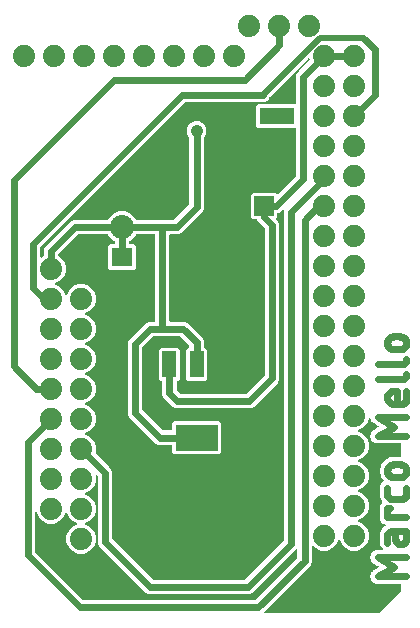
<source format=gbr>
G04 EAGLE Gerber RS-274X export*
G75*
%MOMM*%
%FSLAX34Y34*%
%LPD*%
%INTop Copper*%
%IPPOS*%
%AMOC8*
5,1,8,0,0,1.08239X$1,22.5*%
G01*
%ADD10C,0.609600*%
%ADD11C,1.879600*%
%ADD12R,3.000000X1.400000*%
%ADD13R,1.800000X1.600000*%
%ADD14C,1.651000*%
%ADD15R,1.651000X1.651000*%
%ADD16C,2.032000*%
%ADD17R,1.219200X2.235200*%
%ADD18R,3.600000X2.200000*%
%ADD19C,1.056400*%
%ADD20C,0.600000*%
%ADD21C,0.482600*%

G36*
X211966Y39131D02*
X211966Y39131D01*
X212057Y39139D01*
X212087Y39151D01*
X212119Y39156D01*
X212199Y39199D01*
X212283Y39235D01*
X212315Y39261D01*
X212336Y39272D01*
X212358Y39295D01*
X212414Y39340D01*
X245140Y72066D01*
X245185Y72128D01*
X245211Y72156D01*
X245216Y72167D01*
X245253Y72209D01*
X245265Y72239D01*
X245284Y72266D01*
X245311Y72353D01*
X245345Y72437D01*
X245349Y72478D01*
X245356Y72501D01*
X245355Y72533D01*
X245363Y72604D01*
X245363Y351443D01*
X245352Y351514D01*
X245350Y351586D01*
X245332Y351635D01*
X245324Y351686D01*
X245290Y351749D01*
X245265Y351817D01*
X245233Y351857D01*
X245208Y351904D01*
X245156Y351953D01*
X245112Y352009D01*
X245068Y352037D01*
X245030Y352073D01*
X244965Y352103D01*
X244905Y352142D01*
X244854Y352155D01*
X244807Y352177D01*
X244736Y352184D01*
X244666Y352202D01*
X244614Y352198D01*
X244563Y352204D01*
X244492Y352188D01*
X244421Y352183D01*
X244373Y352162D01*
X244322Y352151D01*
X244261Y352115D01*
X244195Y352086D01*
X244139Y352042D01*
X244111Y352025D01*
X244096Y352007D01*
X244064Y351982D01*
X242514Y350431D01*
X240174Y349462D01*
X240074Y349400D01*
X239974Y349341D01*
X239970Y349336D01*
X239965Y349333D01*
X239890Y349242D01*
X239814Y349154D01*
X239812Y349148D01*
X239808Y349143D01*
X239766Y349035D01*
X239722Y348926D01*
X239721Y348918D01*
X239720Y348914D01*
X239719Y348895D01*
X239704Y348759D01*
X239704Y346082D01*
X238835Y345214D01*
X238823Y345197D01*
X238808Y345185D01*
X238752Y345098D01*
X238692Y345014D01*
X238686Y344995D01*
X238675Y344978D01*
X238650Y344877D01*
X238619Y344779D01*
X238620Y344759D01*
X238615Y344739D01*
X238623Y344636D01*
X238626Y344533D01*
X238632Y344514D01*
X238634Y344494D01*
X238674Y344399D01*
X238710Y344302D01*
X238723Y344286D01*
X238730Y344268D01*
X238835Y344137D01*
X240429Y342544D01*
X241357Y340303D01*
X241357Y208347D01*
X240429Y206106D01*
X219654Y185331D01*
X217413Y184403D01*
X153727Y184403D01*
X151486Y185331D01*
X143167Y193650D01*
X142239Y195891D01*
X142239Y206502D01*
X142236Y206522D01*
X142238Y206541D01*
X142216Y206643D01*
X142200Y206745D01*
X142190Y206762D01*
X142186Y206782D01*
X142133Y206871D01*
X142084Y206962D01*
X142070Y206976D01*
X142060Y206993D01*
X141981Y207060D01*
X141906Y207132D01*
X141888Y207140D01*
X141873Y207153D01*
X141777Y207192D01*
X141683Y207235D01*
X141663Y207237D01*
X141645Y207245D01*
X141478Y207263D01*
X140977Y207263D01*
X139191Y209049D01*
X139191Y233927D01*
X140977Y235713D01*
X155695Y235713D01*
X157481Y233927D01*
X157481Y209049D01*
X155695Y207263D01*
X155194Y207263D01*
X155174Y207260D01*
X155155Y207262D01*
X155053Y207240D01*
X154951Y207224D01*
X154934Y207214D01*
X154914Y207210D01*
X154825Y207157D01*
X154734Y207108D01*
X154720Y207094D01*
X154703Y207084D01*
X154636Y207005D01*
X154564Y206930D01*
X154556Y206912D01*
X154543Y206897D01*
X154504Y206801D01*
X154461Y206707D01*
X154459Y206687D01*
X154451Y206669D01*
X154433Y206502D01*
X154433Y199945D01*
X154447Y199855D01*
X154455Y199764D01*
X154467Y199734D01*
X154472Y199702D01*
X154515Y199621D01*
X154551Y199537D01*
X154577Y199505D01*
X154588Y199485D01*
X154611Y199462D01*
X154656Y199406D01*
X157242Y196820D01*
X157316Y196767D01*
X157386Y196707D01*
X157416Y196695D01*
X157442Y196676D01*
X157529Y196649D01*
X157614Y196615D01*
X157655Y196611D01*
X157677Y196604D01*
X157709Y196605D01*
X157781Y196597D01*
X213359Y196597D01*
X213449Y196611D01*
X213540Y196619D01*
X213570Y196631D01*
X213602Y196636D01*
X213683Y196679D01*
X213767Y196715D01*
X213799Y196741D01*
X213819Y196752D01*
X213842Y196775D01*
X213898Y196820D01*
X228940Y211862D01*
X228993Y211936D01*
X229053Y212006D01*
X229065Y212036D01*
X229084Y212062D01*
X229111Y212149D01*
X229145Y212234D01*
X229149Y212275D01*
X229156Y212297D01*
X229155Y212329D01*
X229163Y212401D01*
X229163Y336249D01*
X229149Y336339D01*
X229141Y336430D01*
X229129Y336460D01*
X229124Y336492D01*
X229081Y336573D01*
X229045Y336657D01*
X229019Y336689D01*
X229008Y336709D01*
X228985Y336732D01*
X228940Y336788D01*
X223231Y342496D01*
X222681Y343826D01*
X222619Y343926D01*
X222559Y344026D01*
X222554Y344030D01*
X222551Y344035D01*
X222461Y344110D01*
X222372Y344186D01*
X222366Y344188D01*
X222362Y344192D01*
X222253Y344234D01*
X222144Y344278D01*
X222136Y344279D01*
X222132Y344280D01*
X222114Y344281D01*
X221977Y344296D01*
X218882Y344296D01*
X217096Y346082D01*
X217096Y365118D01*
X218882Y366904D01*
X237918Y366904D01*
X239291Y365530D01*
X239308Y365518D01*
X239320Y365503D01*
X239407Y365447D01*
X239491Y365387D01*
X239510Y365381D01*
X239527Y365370D01*
X239628Y365345D01*
X239726Y365314D01*
X239746Y365315D01*
X239766Y365310D01*
X239869Y365318D01*
X239972Y365321D01*
X239991Y365327D01*
X240011Y365329D01*
X240106Y365369D01*
X240203Y365405D01*
X240219Y365418D01*
X240237Y365425D01*
X240368Y365530D01*
X255300Y380462D01*
X255353Y380536D01*
X255413Y380606D01*
X255425Y380636D01*
X255444Y380662D01*
X255471Y380749D01*
X255505Y380834D01*
X255509Y380875D01*
X255516Y380897D01*
X255515Y380929D01*
X255523Y381001D01*
X255523Y420990D01*
X255520Y421010D01*
X255522Y421029D01*
X255500Y421131D01*
X255484Y421233D01*
X255474Y421250D01*
X255470Y421270D01*
X255417Y421359D01*
X255368Y421450D01*
X255354Y421464D01*
X255344Y421481D01*
X255265Y421548D01*
X255190Y421620D01*
X255172Y421628D01*
X255157Y421641D01*
X255061Y421680D01*
X254967Y421723D01*
X254947Y421725D01*
X254929Y421733D01*
X254762Y421751D01*
X223637Y421751D01*
X221851Y423537D01*
X221851Y440063D01*
X223637Y441849D01*
X254762Y441849D01*
X254782Y441852D01*
X254801Y441850D01*
X254903Y441872D01*
X255005Y441888D01*
X255022Y441898D01*
X255042Y441902D01*
X255131Y441955D01*
X255222Y442004D01*
X255236Y442018D01*
X255253Y442028D01*
X255320Y442107D01*
X255392Y442182D01*
X255400Y442200D01*
X255413Y442215D01*
X255452Y442311D01*
X255495Y442405D01*
X255497Y442425D01*
X255505Y442443D01*
X255523Y442610D01*
X255523Y466033D01*
X256451Y468274D01*
X258273Y470096D01*
X258274Y470096D01*
X266989Y478811D01*
X267057Y478906D01*
X267127Y478999D01*
X267129Y479005D01*
X267132Y479010D01*
X267167Y479122D01*
X267203Y479233D01*
X267203Y479240D01*
X267205Y479246D01*
X267202Y479362D01*
X267200Y479479D01*
X267198Y479486D01*
X267198Y479491D01*
X267192Y479509D01*
X267154Y479640D01*
X267006Y479997D01*
X266982Y480036D01*
X266966Y480079D01*
X266917Y480140D01*
X266876Y480206D01*
X266841Y480236D01*
X266812Y480271D01*
X266747Y480314D01*
X266687Y480363D01*
X266644Y480380D01*
X266605Y480404D01*
X266530Y480423D01*
X266457Y480451D01*
X266411Y480453D01*
X266367Y480464D01*
X266289Y480458D01*
X266211Y480462D01*
X266167Y480449D01*
X266122Y480445D01*
X266050Y480415D01*
X265975Y480393D01*
X265937Y480367D01*
X265895Y480349D01*
X265788Y480263D01*
X265773Y480253D01*
X265770Y480249D01*
X265764Y480244D01*
X233287Y447767D01*
X233248Y447713D01*
X233202Y447667D01*
X233162Y447593D01*
X233143Y447567D01*
X233137Y447548D01*
X233122Y447520D01*
X232545Y446126D01*
X230830Y444411D01*
X228589Y443483D01*
X162155Y443483D01*
X162065Y443469D01*
X161974Y443461D01*
X161944Y443449D01*
X161912Y443444D01*
X161831Y443401D01*
X161748Y443365D01*
X161715Y443339D01*
X161695Y443328D01*
X161673Y443305D01*
X161617Y443260D01*
X39340Y320983D01*
X39287Y320909D01*
X39227Y320840D01*
X39215Y320810D01*
X39196Y320784D01*
X39169Y320697D01*
X39135Y320612D01*
X39131Y320571D01*
X39124Y320549D01*
X39125Y320516D01*
X39117Y320445D01*
X39117Y312557D01*
X39128Y312486D01*
X39130Y312414D01*
X39148Y312365D01*
X39156Y312314D01*
X39190Y312251D01*
X39215Y312183D01*
X39247Y312143D01*
X39272Y312097D01*
X39324Y312047D01*
X39368Y311991D01*
X39412Y311963D01*
X39450Y311927D01*
X39515Y311897D01*
X39575Y311858D01*
X39626Y311846D01*
X39673Y311824D01*
X39744Y311816D01*
X39814Y311798D01*
X39866Y311802D01*
X39917Y311797D01*
X39988Y311812D01*
X40059Y311817D01*
X40107Y311838D01*
X40158Y311849D01*
X40219Y311886D01*
X40285Y311914D01*
X40341Y311959D01*
X40369Y311975D01*
X40384Y311993D01*
X40416Y312019D01*
X41209Y312812D01*
X41693Y313012D01*
X41792Y313074D01*
X41893Y313134D01*
X41897Y313139D01*
X41902Y313142D01*
X41977Y313232D01*
X42053Y313321D01*
X42055Y313327D01*
X42059Y313331D01*
X42101Y313440D01*
X42145Y313549D01*
X42146Y313556D01*
X42147Y313561D01*
X42148Y313579D01*
X42163Y313716D01*
X42163Y318413D01*
X43091Y320654D01*
X65436Y342999D01*
X67677Y343927D01*
X95980Y343927D01*
X96094Y343946D01*
X96211Y343963D01*
X96216Y343965D01*
X96222Y343966D01*
X96325Y344021D01*
X96430Y344074D01*
X96434Y344079D01*
X96440Y344082D01*
X96520Y344166D01*
X96602Y344250D01*
X96606Y344256D01*
X96609Y344260D01*
X96617Y344277D01*
X96683Y344397D01*
X97062Y345312D01*
X100778Y349028D01*
X105633Y351039D01*
X110887Y351039D01*
X115742Y349028D01*
X119458Y345312D01*
X119837Y344397D01*
X119899Y344297D01*
X119959Y344197D01*
X119963Y344193D01*
X119967Y344188D01*
X120056Y344113D01*
X120145Y344037D01*
X120151Y344035D01*
X120156Y344031D01*
X120264Y343989D01*
X120374Y343945D01*
X120381Y343944D01*
X120386Y343943D01*
X120404Y343942D01*
X120540Y343927D01*
X152099Y343927D01*
X152189Y343941D01*
X152280Y343949D01*
X152310Y343961D01*
X152342Y343966D01*
X152423Y344009D01*
X152507Y344045D01*
X152539Y344071D01*
X152559Y344082D01*
X152582Y344105D01*
X152638Y344150D01*
X165130Y356642D01*
X165183Y356716D01*
X165243Y356786D01*
X165255Y356816D01*
X165274Y356842D01*
X165301Y356929D01*
X165335Y357014D01*
X165339Y357055D01*
X165346Y357077D01*
X165345Y357109D01*
X165353Y357181D01*
X165353Y413100D01*
X165339Y413190D01*
X165331Y413281D01*
X165319Y413311D01*
X165314Y413343D01*
X165271Y413423D01*
X165235Y413507D01*
X165209Y413539D01*
X165198Y413560D01*
X165175Y413582D01*
X165130Y413638D01*
X164388Y414381D01*
X163119Y417443D01*
X163119Y420757D01*
X164388Y423819D01*
X166731Y426162D01*
X169793Y427431D01*
X173107Y427431D01*
X176169Y426162D01*
X178512Y423819D01*
X179781Y420757D01*
X179781Y417443D01*
X178512Y414381D01*
X177770Y413638D01*
X177717Y413564D01*
X177657Y413495D01*
X177645Y413465D01*
X177626Y413438D01*
X177599Y413352D01*
X177565Y413267D01*
X177561Y413226D01*
X177554Y413203D01*
X177555Y413171D01*
X177547Y413100D01*
X177547Y353127D01*
X176619Y350886D01*
X158394Y332661D01*
X156153Y331733D01*
X149098Y331733D01*
X149078Y331730D01*
X149059Y331732D01*
X148957Y331710D01*
X148855Y331694D01*
X148838Y331684D01*
X148818Y331680D01*
X148729Y331627D01*
X148638Y331578D01*
X148624Y331564D01*
X148607Y331554D01*
X148540Y331475D01*
X148468Y331400D01*
X148460Y331382D01*
X148447Y331367D01*
X148408Y331271D01*
X148365Y331177D01*
X148363Y331157D01*
X148355Y331139D01*
X148337Y330972D01*
X148337Y258318D01*
X148339Y258303D01*
X148338Y258290D01*
X148339Y258286D01*
X148338Y258279D01*
X148360Y258177D01*
X148376Y258075D01*
X148386Y258058D01*
X148390Y258038D01*
X148443Y257949D01*
X148492Y257858D01*
X148506Y257844D01*
X148516Y257827D01*
X148595Y257760D01*
X148670Y257688D01*
X148688Y257680D01*
X148703Y257667D01*
X148799Y257628D01*
X148893Y257585D01*
X148913Y257583D01*
X148931Y257575D01*
X149098Y257557D01*
X161233Y257557D01*
X163474Y256629D01*
X176619Y243484D01*
X177547Y241243D01*
X177547Y236474D01*
X177550Y236454D01*
X177548Y236435D01*
X177570Y236333D01*
X177586Y236231D01*
X177596Y236214D01*
X177600Y236194D01*
X177653Y236105D01*
X177702Y236014D01*
X177716Y236000D01*
X177726Y235983D01*
X177805Y235916D01*
X177880Y235844D01*
X177898Y235836D01*
X177913Y235823D01*
X178009Y235784D01*
X178103Y235741D01*
X178123Y235739D01*
X178141Y235731D01*
X178308Y235713D01*
X178809Y235713D01*
X180595Y233927D01*
X180595Y209049D01*
X178809Y207263D01*
X164091Y207263D01*
X162305Y209049D01*
X162305Y233927D01*
X164091Y235713D01*
X164592Y235713D01*
X164612Y235716D01*
X164631Y235714D01*
X164733Y235736D01*
X164835Y235752D01*
X164852Y235762D01*
X164872Y235766D01*
X164961Y235819D01*
X165052Y235868D01*
X165066Y235882D01*
X165083Y235892D01*
X165150Y235971D01*
X165222Y236046D01*
X165230Y236064D01*
X165243Y236079D01*
X165282Y236175D01*
X165325Y236269D01*
X165327Y236289D01*
X165335Y236307D01*
X165353Y236474D01*
X165353Y237189D01*
X165339Y237279D01*
X165331Y237370D01*
X165319Y237400D01*
X165314Y237432D01*
X165271Y237513D01*
X165235Y237597D01*
X165209Y237629D01*
X165198Y237649D01*
X165175Y237672D01*
X165130Y237728D01*
X157718Y245140D01*
X157644Y245193D01*
X157574Y245253D01*
X157544Y245265D01*
X157518Y245284D01*
X157431Y245311D01*
X157346Y245345D01*
X157305Y245349D01*
X157283Y245356D01*
X157251Y245355D01*
X157179Y245363D01*
X134921Y245363D01*
X134831Y245349D01*
X134740Y245341D01*
X134710Y245329D01*
X134678Y245324D01*
X134597Y245281D01*
X134513Y245245D01*
X134481Y245219D01*
X134461Y245208D01*
X134438Y245185D01*
X134382Y245140D01*
X125700Y236458D01*
X125647Y236384D01*
X125587Y236314D01*
X125575Y236284D01*
X125556Y236258D01*
X125529Y236171D01*
X125495Y236086D01*
X125491Y236045D01*
X125484Y236023D01*
X125485Y235991D01*
X125477Y235919D01*
X125477Y183181D01*
X125491Y183091D01*
X125499Y183000D01*
X125511Y182970D01*
X125516Y182938D01*
X125559Y182857D01*
X125595Y182773D01*
X125621Y182741D01*
X125632Y182721D01*
X125655Y182698D01*
X125700Y182642D01*
X142512Y165830D01*
X142586Y165777D01*
X142656Y165717D01*
X142686Y165705D01*
X142712Y165686D01*
X142799Y165659D01*
X142884Y165625D01*
X142925Y165621D01*
X142947Y165614D01*
X142979Y165615D01*
X143051Y165607D01*
X149640Y165607D01*
X149660Y165610D01*
X149679Y165608D01*
X149781Y165630D01*
X149883Y165646D01*
X149900Y165656D01*
X149920Y165660D01*
X150009Y165713D01*
X150100Y165762D01*
X150114Y165776D01*
X150131Y165786D01*
X150198Y165865D01*
X150270Y165940D01*
X150278Y165958D01*
X150291Y165973D01*
X150330Y166069D01*
X150373Y166163D01*
X150375Y166183D01*
X150383Y166201D01*
X150401Y166368D01*
X150401Y171773D01*
X152187Y173559D01*
X190713Y173559D01*
X192499Y171773D01*
X192499Y147247D01*
X190713Y145461D01*
X152187Y145461D01*
X150401Y147247D01*
X150401Y152652D01*
X150398Y152672D01*
X150400Y152691D01*
X150378Y152793D01*
X150362Y152895D01*
X150352Y152912D01*
X150348Y152932D01*
X150295Y153021D01*
X150246Y153112D01*
X150232Y153126D01*
X150222Y153143D01*
X150143Y153210D01*
X150068Y153282D01*
X150050Y153290D01*
X150035Y153303D01*
X149939Y153342D01*
X149845Y153385D01*
X149825Y153387D01*
X149807Y153395D01*
X149640Y153413D01*
X138997Y153413D01*
X136756Y154341D01*
X114211Y176886D01*
X113283Y179127D01*
X113283Y239973D01*
X114211Y242214D01*
X128626Y256629D01*
X130867Y257557D01*
X135382Y257557D01*
X135402Y257560D01*
X135421Y257558D01*
X135523Y257580D01*
X135625Y257596D01*
X135642Y257606D01*
X135662Y257610D01*
X135751Y257663D01*
X135842Y257712D01*
X135856Y257726D01*
X135873Y257736D01*
X135940Y257815D01*
X136012Y257890D01*
X136020Y257908D01*
X136033Y257923D01*
X136072Y258019D01*
X136115Y258113D01*
X136117Y258133D01*
X136125Y258151D01*
X136143Y258318D01*
X136143Y330972D01*
X136140Y330992D01*
X136142Y331011D01*
X136120Y331113D01*
X136104Y331215D01*
X136094Y331232D01*
X136090Y331252D01*
X136037Y331341D01*
X135988Y331432D01*
X135974Y331446D01*
X135964Y331463D01*
X135885Y331530D01*
X135810Y331602D01*
X135792Y331610D01*
X135777Y331623D01*
X135681Y331662D01*
X135587Y331705D01*
X135567Y331707D01*
X135549Y331715D01*
X135382Y331733D01*
X120540Y331733D01*
X120426Y331714D01*
X120309Y331697D01*
X120304Y331695D01*
X120298Y331694D01*
X120195Y331639D01*
X120090Y331586D01*
X120086Y331581D01*
X120080Y331578D01*
X120000Y331494D01*
X119918Y331410D01*
X119914Y331404D01*
X119911Y331400D01*
X119903Y331383D01*
X119837Y331263D01*
X119458Y330348D01*
X115742Y326632D01*
X114827Y326253D01*
X114727Y326191D01*
X114627Y326131D01*
X114623Y326127D01*
X114618Y326123D01*
X114543Y326034D01*
X114467Y325945D01*
X114465Y325939D01*
X114461Y325934D01*
X114419Y325826D01*
X114375Y325716D01*
X114374Y325709D01*
X114373Y325704D01*
X114372Y325686D01*
X114357Y325550D01*
X114357Y324270D01*
X114360Y324250D01*
X114358Y324231D01*
X114380Y324129D01*
X114396Y324027D01*
X114406Y324010D01*
X114410Y323990D01*
X114463Y323901D01*
X114512Y323810D01*
X114526Y323796D01*
X114536Y323779D01*
X114615Y323712D01*
X114690Y323640D01*
X114708Y323632D01*
X114723Y323619D01*
X114819Y323580D01*
X114913Y323537D01*
X114933Y323535D01*
X114951Y323527D01*
X115118Y323509D01*
X118523Y323509D01*
X120309Y321723D01*
X120309Y303197D01*
X118523Y301411D01*
X97997Y301411D01*
X96211Y303197D01*
X96211Y321723D01*
X97997Y323509D01*
X101402Y323509D01*
X101422Y323512D01*
X101441Y323510D01*
X101543Y323532D01*
X101645Y323548D01*
X101662Y323558D01*
X101682Y323562D01*
X101771Y323615D01*
X101862Y323664D01*
X101876Y323678D01*
X101893Y323688D01*
X101960Y323767D01*
X102032Y323842D01*
X102040Y323860D01*
X102053Y323875D01*
X102092Y323971D01*
X102135Y324065D01*
X102137Y324085D01*
X102145Y324103D01*
X102163Y324270D01*
X102163Y325550D01*
X102144Y325664D01*
X102127Y325781D01*
X102125Y325786D01*
X102124Y325792D01*
X102069Y325895D01*
X102016Y326000D01*
X102011Y326004D01*
X102008Y326010D01*
X101924Y326090D01*
X101840Y326172D01*
X101834Y326176D01*
X101830Y326179D01*
X101813Y326187D01*
X101693Y326253D01*
X100778Y326632D01*
X97062Y330348D01*
X96683Y331263D01*
X96621Y331363D01*
X96561Y331463D01*
X96557Y331467D01*
X96553Y331472D01*
X96464Y331547D01*
X96375Y331623D01*
X96369Y331625D01*
X96364Y331629D01*
X96256Y331671D01*
X96146Y331715D01*
X96139Y331716D01*
X96134Y331717D01*
X96116Y331718D01*
X95980Y331733D01*
X71731Y331733D01*
X71641Y331719D01*
X71550Y331711D01*
X71520Y331699D01*
X71488Y331694D01*
X71407Y331651D01*
X71323Y331615D01*
X71291Y331589D01*
X71271Y331578D01*
X71248Y331555D01*
X71192Y331510D01*
X54580Y314898D01*
X54527Y314824D01*
X54467Y314754D01*
X54455Y314724D01*
X54436Y314698D01*
X54409Y314611D01*
X54375Y314526D01*
X54371Y314485D01*
X54364Y314463D01*
X54365Y314431D01*
X54357Y314359D01*
X54357Y313716D01*
X54376Y313600D01*
X54393Y313485D01*
X54395Y313479D01*
X54396Y313473D01*
X54451Y313370D01*
X54504Y313265D01*
X54509Y313261D01*
X54512Y313255D01*
X54597Y313175D01*
X54680Y313093D01*
X54686Y313090D01*
X54690Y313086D01*
X54707Y313078D01*
X54827Y313012D01*
X55311Y312812D01*
X58812Y309311D01*
X60707Y304736D01*
X60707Y299784D01*
X58812Y295209D01*
X55311Y291708D01*
X51822Y290263D01*
X51761Y290225D01*
X51696Y290196D01*
X51657Y290161D01*
X51613Y290134D01*
X51567Y290078D01*
X51515Y290030D01*
X51490Y289984D01*
X51456Y289944D01*
X51431Y289877D01*
X51396Y289814D01*
X51387Y289763D01*
X51368Y289715D01*
X51365Y289643D01*
X51352Y289572D01*
X51360Y289521D01*
X51358Y289469D01*
X51378Y289400D01*
X51388Y289329D01*
X51412Y289283D01*
X51426Y289233D01*
X51467Y289174D01*
X51500Y289110D01*
X51537Y289073D01*
X51567Y289031D01*
X51624Y288988D01*
X51675Y288938D01*
X51738Y288903D01*
X51764Y288884D01*
X51786Y288877D01*
X51822Y288857D01*
X55311Y287412D01*
X58812Y283911D01*
X60257Y280422D01*
X60295Y280361D01*
X60324Y280296D01*
X60359Y280257D01*
X60386Y280213D01*
X60442Y280167D01*
X60490Y280115D01*
X60536Y280090D01*
X60576Y280056D01*
X60643Y280031D01*
X60706Y279996D01*
X60757Y279987D01*
X60805Y279968D01*
X60877Y279965D01*
X60948Y279952D01*
X60999Y279960D01*
X61051Y279958D01*
X61120Y279978D01*
X61191Y279988D01*
X61237Y280012D01*
X61287Y280026D01*
X61346Y280067D01*
X61410Y280100D01*
X61447Y280137D01*
X61489Y280167D01*
X61532Y280224D01*
X61582Y280275D01*
X61617Y280338D01*
X61636Y280364D01*
X61643Y280386D01*
X61663Y280422D01*
X63108Y283911D01*
X66609Y287412D01*
X71184Y289307D01*
X76136Y289307D01*
X80711Y287412D01*
X84212Y283911D01*
X86107Y279336D01*
X86107Y274384D01*
X84212Y269809D01*
X80711Y266308D01*
X77222Y264863D01*
X77161Y264825D01*
X77096Y264796D01*
X77057Y264761D01*
X77013Y264734D01*
X76967Y264678D01*
X76915Y264630D01*
X76890Y264584D01*
X76856Y264544D01*
X76831Y264477D01*
X76796Y264414D01*
X76787Y264363D01*
X76768Y264315D01*
X76765Y264243D01*
X76752Y264172D01*
X76760Y264121D01*
X76758Y264069D01*
X76778Y264000D01*
X76788Y263929D01*
X76812Y263883D01*
X76826Y263833D01*
X76867Y263774D01*
X76900Y263710D01*
X76937Y263673D01*
X76967Y263631D01*
X77024Y263588D01*
X77075Y263538D01*
X77138Y263503D01*
X77164Y263484D01*
X77186Y263477D01*
X77222Y263457D01*
X80711Y262012D01*
X84212Y258511D01*
X86107Y253936D01*
X86107Y248984D01*
X84212Y244409D01*
X80711Y240908D01*
X77222Y239463D01*
X77161Y239425D01*
X77096Y239396D01*
X77057Y239361D01*
X77013Y239334D01*
X76967Y239278D01*
X76915Y239230D01*
X76890Y239184D01*
X76856Y239144D01*
X76831Y239077D01*
X76796Y239014D01*
X76787Y238963D01*
X76768Y238915D01*
X76765Y238843D01*
X76752Y238772D01*
X76760Y238721D01*
X76758Y238669D01*
X76778Y238600D01*
X76788Y238529D01*
X76812Y238483D01*
X76826Y238433D01*
X76867Y238374D01*
X76900Y238310D01*
X76937Y238273D01*
X76967Y238231D01*
X77024Y238188D01*
X77075Y238138D01*
X77138Y238103D01*
X77164Y238084D01*
X77186Y238077D01*
X77222Y238057D01*
X80711Y236612D01*
X84212Y233111D01*
X86107Y228536D01*
X86107Y223584D01*
X84212Y219009D01*
X80711Y215508D01*
X77222Y214063D01*
X77161Y214025D01*
X77096Y213996D01*
X77057Y213961D01*
X77013Y213934D01*
X76967Y213878D01*
X76915Y213830D01*
X76890Y213784D01*
X76856Y213744D01*
X76831Y213677D01*
X76796Y213614D01*
X76787Y213563D01*
X76768Y213515D01*
X76765Y213443D01*
X76752Y213372D01*
X76760Y213321D01*
X76758Y213269D01*
X76778Y213200D01*
X76788Y213129D01*
X76812Y213083D01*
X76826Y213033D01*
X76867Y212974D01*
X76900Y212910D01*
X76937Y212873D01*
X76967Y212831D01*
X77024Y212788D01*
X77075Y212738D01*
X77138Y212703D01*
X77164Y212684D01*
X77186Y212677D01*
X77222Y212657D01*
X80711Y211212D01*
X84212Y207711D01*
X86107Y203136D01*
X86107Y198184D01*
X84212Y193609D01*
X80711Y190108D01*
X77222Y188663D01*
X77161Y188625D01*
X77096Y188596D01*
X77058Y188561D01*
X77013Y188534D01*
X76967Y188478D01*
X76915Y188430D01*
X76890Y188384D01*
X76856Y188344D01*
X76831Y188277D01*
X76796Y188214D01*
X76787Y188163D01*
X76768Y188115D01*
X76765Y188043D01*
X76752Y187972D01*
X76760Y187921D01*
X76758Y187869D01*
X76778Y187800D01*
X76788Y187729D01*
X76812Y187683D01*
X76826Y187633D01*
X76867Y187574D01*
X76900Y187510D01*
X76937Y187473D01*
X76967Y187431D01*
X77024Y187388D01*
X77075Y187338D01*
X77138Y187303D01*
X77164Y187284D01*
X77186Y187277D01*
X77222Y187257D01*
X80711Y185812D01*
X84212Y182311D01*
X86107Y177736D01*
X86107Y172784D01*
X84212Y168209D01*
X80711Y164708D01*
X77222Y163263D01*
X77161Y163225D01*
X77096Y163196D01*
X77058Y163161D01*
X77013Y163134D01*
X76968Y163078D01*
X76915Y163030D01*
X76890Y162984D01*
X76856Y162944D01*
X76831Y162877D01*
X76796Y162814D01*
X76787Y162763D01*
X76768Y162715D01*
X76765Y162643D01*
X76752Y162572D01*
X76760Y162521D01*
X76758Y162469D01*
X76778Y162400D01*
X76788Y162329D01*
X76812Y162283D01*
X76826Y162233D01*
X76867Y162174D01*
X76900Y162110D01*
X76937Y162073D01*
X76967Y162031D01*
X77024Y161988D01*
X77075Y161938D01*
X77138Y161903D01*
X77164Y161884D01*
X77186Y161877D01*
X77222Y161857D01*
X80711Y160412D01*
X84212Y156911D01*
X86107Y152336D01*
X86107Y147384D01*
X85906Y146900D01*
X85880Y146787D01*
X85851Y146673D01*
X85852Y146667D01*
X85850Y146661D01*
X85861Y146544D01*
X85870Y146428D01*
X85873Y146422D01*
X85873Y146416D01*
X85921Y146308D01*
X85967Y146202D01*
X85971Y146196D01*
X85973Y146191D01*
X85986Y146177D01*
X86071Y146071D01*
X97326Y134816D01*
X99149Y132994D01*
X100077Y130753D01*
X100077Y73961D01*
X100091Y73871D01*
X100099Y73780D01*
X100111Y73750D01*
X100116Y73718D01*
X100159Y73637D01*
X100195Y73553D01*
X100221Y73521D01*
X100232Y73501D01*
X100255Y73478D01*
X100300Y73422D01*
X134382Y39340D01*
X134456Y39287D01*
X134526Y39227D01*
X134556Y39215D01*
X134582Y39196D01*
X134669Y39169D01*
X134754Y39135D01*
X134795Y39131D01*
X134817Y39124D01*
X134849Y39125D01*
X134921Y39117D01*
X211876Y39117D01*
X211966Y39131D01*
G37*
G36*
X325450Y10937D02*
X325450Y10937D01*
X325541Y10945D01*
X325571Y10957D01*
X325603Y10962D01*
X325684Y11005D01*
X325768Y11041D01*
X325800Y11067D01*
X325820Y11078D01*
X325843Y11101D01*
X325899Y11146D01*
X344454Y29701D01*
X344507Y29775D01*
X344567Y29845D01*
X344579Y29875D01*
X344598Y29901D01*
X344625Y29988D01*
X344659Y30073D01*
X344663Y30114D01*
X344670Y30136D01*
X344669Y30168D01*
X344677Y30240D01*
X344677Y35112D01*
X344674Y35132D01*
X344676Y35152D01*
X344654Y35253D01*
X344638Y35355D01*
X344628Y35373D01*
X344624Y35392D01*
X344571Y35481D01*
X344522Y35572D01*
X344508Y35586D01*
X344498Y35603D01*
X344419Y35671D01*
X344344Y35742D01*
X344326Y35750D01*
X344311Y35763D01*
X344215Y35802D01*
X344121Y35845D01*
X344101Y35848D01*
X344083Y35855D01*
X343916Y35874D01*
X325175Y35874D01*
X325143Y35868D01*
X325063Y35865D01*
X324366Y35761D01*
X324008Y35851D01*
X323999Y35852D01*
X323990Y35855D01*
X323824Y35874D01*
X323455Y35874D01*
X322804Y36143D01*
X322772Y36151D01*
X322697Y36179D01*
X322013Y36350D01*
X321717Y36569D01*
X321708Y36573D01*
X321702Y36580D01*
X321555Y36661D01*
X321215Y36802D01*
X320716Y37300D01*
X320689Y37320D01*
X320631Y37374D01*
X320064Y37794D01*
X319874Y38110D01*
X319868Y38117D01*
X319865Y38125D01*
X319760Y38256D01*
X319499Y38517D01*
X319230Y39168D01*
X319212Y39196D01*
X319179Y39269D01*
X318816Y39873D01*
X318762Y40238D01*
X318759Y40247D01*
X318759Y40256D01*
X318712Y40417D01*
X318571Y40758D01*
X318571Y41463D01*
X318566Y41495D01*
X318563Y41575D01*
X318459Y42272D01*
X318549Y42630D01*
X318549Y42639D01*
X318553Y42648D01*
X318571Y42815D01*
X318571Y43183D01*
X318841Y43835D01*
X318849Y43867D01*
X318876Y43941D01*
X319047Y44626D01*
X319267Y44922D01*
X319271Y44930D01*
X319278Y44936D01*
X319358Y45083D01*
X319499Y45424D01*
X319998Y45922D01*
X320017Y45949D01*
X320072Y46008D01*
X320491Y46574D01*
X320807Y46764D01*
X320814Y46770D01*
X320823Y46774D01*
X320954Y46878D01*
X321214Y47139D01*
X321866Y47409D01*
X321894Y47426D01*
X321966Y47459D01*
X325277Y49446D01*
X325340Y49499D01*
X325408Y49545D01*
X325433Y49578D01*
X325465Y49604D01*
X325507Y49675D01*
X325557Y49741D01*
X325571Y49780D01*
X325592Y49815D01*
X325610Y49896D01*
X325636Y49974D01*
X325636Y50015D01*
X325645Y50055D01*
X325636Y50137D01*
X325637Y50220D01*
X325624Y50259D01*
X325619Y50300D01*
X325585Y50375D01*
X325559Y50453D01*
X325534Y50486D01*
X325517Y50523D01*
X325460Y50584D01*
X325410Y50649D01*
X325368Y50682D01*
X325348Y50702D01*
X325322Y50716D01*
X325277Y50751D01*
X324598Y51159D01*
X323329Y51920D01*
X322060Y52681D01*
X321966Y52737D01*
X321936Y52749D01*
X321866Y52788D01*
X321214Y53058D01*
X320954Y53318D01*
X320946Y53324D01*
X320941Y53331D01*
X320807Y53433D01*
X320491Y53622D01*
X320072Y54189D01*
X320048Y54212D01*
X319998Y54274D01*
X319499Y54773D01*
X319358Y55113D01*
X319354Y55121D01*
X319351Y55130D01*
X319267Y55275D01*
X319047Y55571D01*
X318876Y56255D01*
X318863Y56286D01*
X318841Y56362D01*
X318571Y57014D01*
X318571Y57382D01*
X318570Y57391D01*
X318571Y57400D01*
X318549Y57567D01*
X318459Y57924D01*
X318563Y58622D01*
X318563Y58655D01*
X318571Y58734D01*
X318571Y59439D01*
X318712Y59779D01*
X318714Y59788D01*
X318719Y59797D01*
X318762Y59959D01*
X318816Y60323D01*
X319179Y60928D01*
X319191Y60959D01*
X319230Y61028D01*
X319499Y61680D01*
X319760Y61940D01*
X319765Y61948D01*
X319773Y61954D01*
X319874Y62087D01*
X320064Y62403D01*
X320631Y62823D01*
X320647Y62840D01*
X320652Y62843D01*
X320663Y62854D01*
X320716Y62896D01*
X321214Y63395D01*
X321555Y63536D01*
X321563Y63541D01*
X321572Y63543D01*
X321717Y63628D01*
X322013Y63847D01*
X322697Y64018D01*
X322727Y64031D01*
X322804Y64053D01*
X323455Y64323D01*
X323824Y64323D01*
X323833Y64325D01*
X323842Y64323D01*
X324008Y64346D01*
X324366Y64435D01*
X325063Y64331D01*
X325096Y64332D01*
X325175Y64323D01*
X328604Y64323D01*
X328675Y64335D01*
X328747Y64336D01*
X328796Y64354D01*
X328847Y64363D01*
X328910Y64396D01*
X328978Y64421D01*
X329018Y64453D01*
X329064Y64478D01*
X329114Y64530D01*
X329170Y64575D01*
X329198Y64618D01*
X329234Y64656D01*
X329264Y64721D01*
X329303Y64782D01*
X329315Y64832D01*
X329337Y64879D01*
X329345Y64951D01*
X329363Y65020D01*
X329359Y65072D01*
X329364Y65124D01*
X329349Y65194D01*
X329344Y65265D01*
X329323Y65313D01*
X329312Y65364D01*
X329275Y65426D01*
X329247Y65492D01*
X329202Y65548D01*
X329186Y65575D01*
X329168Y65590D01*
X329142Y65623D01*
X327627Y67138D01*
X326699Y69378D01*
X326699Y78732D01*
X329422Y83448D01*
X331309Y84537D01*
X331326Y84551D01*
X331346Y84560D01*
X331420Y84629D01*
X331499Y84693D01*
X331511Y84712D01*
X331527Y84727D01*
X331576Y84816D01*
X331630Y84901D01*
X331635Y84923D01*
X331645Y84942D01*
X331664Y85042D01*
X331687Y85141D01*
X331685Y85162D01*
X331689Y85184D01*
X331674Y85285D01*
X331665Y85386D01*
X331657Y85406D01*
X331653Y85428D01*
X331607Y85518D01*
X331567Y85611D01*
X331552Y85627D01*
X331542Y85647D01*
X331469Y85718D01*
X331401Y85793D01*
X331382Y85804D01*
X331366Y85819D01*
X331219Y85900D01*
X329342Y86677D01*
X327627Y88392D01*
X326699Y90633D01*
X326699Y101187D01*
X327627Y103427D01*
X328659Y104459D01*
X328685Y104495D01*
X328717Y104524D01*
X328756Y104594D01*
X328803Y104659D01*
X328816Y104701D01*
X328837Y104739D01*
X328851Y104817D01*
X328875Y104894D01*
X328874Y104938D01*
X328882Y104981D01*
X328871Y105060D01*
X328869Y105140D01*
X328854Y105181D01*
X328847Y105224D01*
X328789Y105357D01*
X328784Y105371D01*
X328782Y105373D01*
X328780Y105378D01*
X326699Y108982D01*
X326699Y118336D01*
X327627Y120577D01*
X329342Y122292D01*
X329427Y122327D01*
X329429Y122328D01*
X329432Y122329D01*
X329533Y122393D01*
X329636Y122456D01*
X329638Y122459D01*
X329640Y122460D01*
X329717Y122554D01*
X329793Y122646D01*
X329794Y122648D01*
X329796Y122651D01*
X329838Y122764D01*
X329881Y122875D01*
X329881Y122878D01*
X329882Y122881D01*
X329886Y123000D01*
X329891Y123121D01*
X329890Y123124D01*
X329891Y123127D01*
X329857Y123240D01*
X329823Y123357D01*
X329821Y123360D01*
X329820Y123363D01*
X329731Y123505D01*
X327573Y126210D01*
X326403Y131335D01*
X327573Y136460D01*
X330850Y140570D01*
X335586Y142851D01*
X343916Y142851D01*
X343936Y142854D01*
X343955Y142852D01*
X344057Y142874D01*
X344159Y142890D01*
X344176Y142900D01*
X344196Y142904D01*
X344285Y142957D01*
X344376Y143005D01*
X344390Y143020D01*
X344407Y143030D01*
X344474Y143109D01*
X344546Y143184D01*
X344554Y143202D01*
X344567Y143217D01*
X344606Y143313D01*
X344649Y143407D01*
X344651Y143427D01*
X344659Y143445D01*
X344677Y143612D01*
X344677Y153782D01*
X344674Y153802D01*
X344676Y153821D01*
X344654Y153923D01*
X344638Y154025D01*
X344628Y154042D01*
X344624Y154062D01*
X344571Y154151D01*
X344522Y154242D01*
X344508Y154256D01*
X344498Y154273D01*
X344419Y154340D01*
X344344Y154411D01*
X344326Y154420D01*
X344311Y154433D01*
X344215Y154472D01*
X344121Y154515D01*
X344101Y154517D01*
X344083Y154525D01*
X343916Y154543D01*
X325175Y154543D01*
X325143Y154538D01*
X325063Y154535D01*
X324366Y154431D01*
X324008Y154520D01*
X323999Y154521D01*
X323990Y154525D01*
X323824Y154543D01*
X323455Y154543D01*
X322804Y154813D01*
X322772Y154821D01*
X322697Y154848D01*
X322013Y155019D01*
X321717Y155239D01*
X321708Y155243D01*
X321702Y155249D01*
X321555Y155330D01*
X321214Y155471D01*
X320716Y155970D01*
X320689Y155989D01*
X320631Y156043D01*
X320064Y156463D01*
X319874Y156779D01*
X319868Y156786D01*
X319865Y156795D01*
X319760Y156926D01*
X319499Y157186D01*
X319230Y157838D01*
X319212Y157866D01*
X319179Y157938D01*
X318816Y158543D01*
X318762Y158908D01*
X318759Y158916D01*
X318759Y158926D01*
X318712Y159087D01*
X318571Y159427D01*
X318571Y160132D01*
X318568Y160150D01*
X318570Y160167D01*
X318565Y160191D01*
X318563Y160244D01*
X318459Y160942D01*
X318549Y161300D01*
X318549Y161309D01*
X318553Y161317D01*
X318571Y161484D01*
X318571Y161853D01*
X318841Y162504D01*
X318849Y162536D01*
X318876Y162611D01*
X319047Y163295D01*
X319267Y163591D01*
X319271Y163599D01*
X319278Y163606D01*
X319358Y163753D01*
X319499Y164093D01*
X319998Y164592D01*
X320017Y164619D01*
X320072Y164677D01*
X320491Y165244D01*
X320807Y165433D01*
X320814Y165440D01*
X320823Y165443D01*
X320954Y165548D01*
X321214Y165808D01*
X321866Y166078D01*
X321894Y166096D01*
X321966Y166129D01*
X325277Y168115D01*
X325340Y168169D01*
X325408Y168215D01*
X325433Y168248D01*
X325465Y168274D01*
X325507Y168345D01*
X325557Y168411D01*
X325571Y168450D01*
X325592Y168485D01*
X325610Y168565D01*
X325636Y168644D01*
X325636Y168685D01*
X325645Y168725D01*
X325636Y168807D01*
X325637Y168890D01*
X325624Y168929D01*
X325619Y168969D01*
X325585Y169045D01*
X325559Y169123D01*
X325534Y169156D01*
X325517Y169193D01*
X325460Y169253D01*
X325410Y169319D01*
X325367Y169352D01*
X325348Y169372D01*
X325323Y169386D01*
X325277Y169421D01*
X321966Y171407D01*
X321936Y171419D01*
X321866Y171457D01*
X321214Y171727D01*
X320954Y171988D01*
X320946Y171993D01*
X320941Y172001D01*
X320807Y172102D01*
X320491Y172292D01*
X320072Y172859D01*
X320048Y172882D01*
X319998Y172944D01*
X319499Y173442D01*
X319358Y173783D01*
X319354Y173791D01*
X319351Y173800D01*
X319267Y173945D01*
X319047Y174241D01*
X318876Y174925D01*
X318863Y174955D01*
X318841Y175032D01*
X318687Y175405D01*
X318649Y175466D01*
X318620Y175531D01*
X318585Y175569D01*
X318557Y175614D01*
X318502Y175659D01*
X318453Y175712D01*
X318408Y175737D01*
X318368Y175770D01*
X318301Y175796D01*
X318238Y175831D01*
X318187Y175840D01*
X318138Y175859D01*
X318066Y175862D01*
X317996Y175874D01*
X317944Y175867D01*
X317892Y175869D01*
X317823Y175849D01*
X317752Y175839D01*
X317706Y175815D01*
X317656Y175801D01*
X317597Y175760D01*
X317533Y175727D01*
X317497Y175690D01*
X317454Y175660D01*
X317411Y175603D01*
X317361Y175552D01*
X317326Y175489D01*
X317307Y175463D01*
X317300Y175441D01*
X317280Y175405D01*
X315352Y170749D01*
X311851Y167248D01*
X308362Y165803D01*
X308301Y165765D01*
X308236Y165736D01*
X308198Y165701D01*
X308153Y165674D01*
X308108Y165618D01*
X308055Y165570D01*
X308030Y165524D01*
X307996Y165484D01*
X307971Y165417D01*
X307936Y165354D01*
X307927Y165303D01*
X307908Y165255D01*
X307905Y165183D01*
X307892Y165112D01*
X307900Y165061D01*
X307898Y165009D01*
X307918Y164940D01*
X307928Y164869D01*
X307952Y164823D01*
X307966Y164773D01*
X308007Y164714D01*
X308040Y164650D01*
X308077Y164613D01*
X308107Y164571D01*
X308164Y164528D01*
X308215Y164478D01*
X308278Y164443D01*
X308304Y164424D01*
X308326Y164417D01*
X308362Y164397D01*
X311851Y162952D01*
X315352Y159451D01*
X317247Y154876D01*
X317247Y149924D01*
X315352Y145349D01*
X311851Y141848D01*
X308362Y140403D01*
X308301Y140365D01*
X308236Y140336D01*
X308198Y140301D01*
X308153Y140274D01*
X308108Y140218D01*
X308055Y140170D01*
X308030Y140124D01*
X307996Y140084D01*
X307971Y140017D01*
X307936Y139954D01*
X307927Y139903D01*
X307908Y139855D01*
X307905Y139783D01*
X307892Y139712D01*
X307900Y139661D01*
X307898Y139609D01*
X307918Y139540D01*
X307928Y139469D01*
X307952Y139423D01*
X307966Y139373D01*
X308007Y139314D01*
X308040Y139250D01*
X308077Y139213D01*
X308107Y139171D01*
X308164Y139128D01*
X308215Y139078D01*
X308278Y139043D01*
X308304Y139024D01*
X308326Y139017D01*
X308362Y138997D01*
X311851Y137552D01*
X315352Y134051D01*
X317247Y129476D01*
X317247Y124524D01*
X315352Y119949D01*
X311851Y116448D01*
X308362Y115003D01*
X308301Y114965D01*
X308236Y114936D01*
X308198Y114901D01*
X308153Y114874D01*
X308108Y114818D01*
X308055Y114770D01*
X308030Y114724D01*
X307996Y114684D01*
X307971Y114617D01*
X307936Y114554D01*
X307927Y114503D01*
X307908Y114455D01*
X307905Y114383D01*
X307892Y114312D01*
X307900Y114261D01*
X307898Y114209D01*
X307918Y114140D01*
X307928Y114069D01*
X307952Y114023D01*
X307966Y113973D01*
X308007Y113914D01*
X308040Y113850D01*
X308077Y113813D01*
X308107Y113771D01*
X308164Y113728D01*
X308215Y113678D01*
X308278Y113643D01*
X308304Y113624D01*
X308326Y113617D01*
X308362Y113597D01*
X311851Y112152D01*
X315352Y108651D01*
X317247Y104076D01*
X317247Y99124D01*
X315352Y94549D01*
X311851Y91048D01*
X308362Y89603D01*
X308301Y89565D01*
X308236Y89536D01*
X308198Y89501D01*
X308153Y89474D01*
X308108Y89418D01*
X308055Y89370D01*
X308030Y89324D01*
X307996Y89284D01*
X307971Y89217D01*
X307936Y89154D01*
X307927Y89103D01*
X307908Y89055D01*
X307905Y88983D01*
X307892Y88912D01*
X307900Y88861D01*
X307898Y88809D01*
X307918Y88740D01*
X307928Y88669D01*
X307952Y88623D01*
X307966Y88573D01*
X308007Y88514D01*
X308040Y88450D01*
X308077Y88413D01*
X308107Y88371D01*
X308164Y88328D01*
X308215Y88278D01*
X308278Y88243D01*
X308304Y88224D01*
X308326Y88217D01*
X308362Y88197D01*
X311851Y86752D01*
X315352Y83251D01*
X317247Y78676D01*
X317247Y73724D01*
X315352Y69149D01*
X311851Y65648D01*
X307276Y63753D01*
X302324Y63753D01*
X297749Y65648D01*
X294248Y69149D01*
X292803Y72638D01*
X292765Y72699D01*
X292736Y72764D01*
X292701Y72803D01*
X292674Y72847D01*
X292618Y72893D01*
X292570Y72945D01*
X292524Y72970D01*
X292484Y73004D01*
X292417Y73029D01*
X292354Y73064D01*
X292303Y73073D01*
X292255Y73092D01*
X292183Y73095D01*
X292112Y73108D01*
X292061Y73100D01*
X292009Y73102D01*
X291940Y73082D01*
X291869Y73072D01*
X291823Y73048D01*
X291773Y73034D01*
X291714Y72993D01*
X291650Y72960D01*
X291613Y72923D01*
X291571Y72893D01*
X291528Y72836D01*
X291478Y72785D01*
X291443Y72722D01*
X291424Y72696D01*
X291417Y72674D01*
X291397Y72638D01*
X289952Y69149D01*
X286451Y65648D01*
X281876Y63753D01*
X276924Y63753D01*
X272349Y65648D01*
X270238Y67759D01*
X270180Y67801D01*
X270128Y67851D01*
X270081Y67873D01*
X270039Y67903D01*
X269970Y67924D01*
X269905Y67954D01*
X269853Y67960D01*
X269803Y67975D01*
X269732Y67973D01*
X269661Y67981D01*
X269610Y67970D01*
X269558Y67969D01*
X269490Y67944D01*
X269420Y67929D01*
X269375Y67902D01*
X269327Y67884D01*
X269271Y67840D01*
X269209Y67803D01*
X269175Y67763D01*
X269135Y67731D01*
X269096Y67670D01*
X269049Y67616D01*
X269030Y67568D01*
X269002Y67524D01*
X268984Y67454D01*
X268957Y67388D01*
X268949Y67316D01*
X268941Y67285D01*
X268943Y67262D01*
X268939Y67221D01*
X268939Y54042D01*
X268018Y51819D01*
X266209Y50010D01*
X228421Y12222D01*
X228380Y12164D01*
X228330Y12112D01*
X228308Y12065D01*
X228278Y12023D01*
X228257Y11954D01*
X228227Y11889D01*
X228221Y11837D01*
X228206Y11787D01*
X228207Y11716D01*
X228200Y11645D01*
X228211Y11594D01*
X228212Y11542D01*
X228237Y11474D01*
X228252Y11404D01*
X228278Y11359D01*
X228296Y11311D01*
X228341Y11255D01*
X228378Y11193D01*
X228418Y11159D01*
X228450Y11119D01*
X228510Y11080D01*
X228565Y11033D01*
X228613Y11014D01*
X228657Y10986D01*
X228726Y10968D01*
X228793Y10941D01*
X228864Y10933D01*
X228896Y10925D01*
X228919Y10927D01*
X228960Y10923D01*
X325360Y10923D01*
X325450Y10937D01*
G37*
G36*
X220789Y21938D02*
X220789Y21938D01*
X220880Y21946D01*
X220910Y21958D01*
X220942Y21963D01*
X221023Y22006D01*
X221107Y22042D01*
X221139Y22068D01*
X221159Y22079D01*
X221182Y22102D01*
X221237Y22147D01*
X256618Y57528D01*
X256671Y57601D01*
X256731Y57671D01*
X256743Y57701D01*
X256762Y57727D01*
X256789Y57814D01*
X256823Y57899D01*
X256827Y57940D01*
X256834Y57962D01*
X256833Y57995D01*
X256841Y58066D01*
X256841Y64685D01*
X256830Y64756D01*
X256828Y64827D01*
X256810Y64876D01*
X256802Y64928D01*
X256768Y64991D01*
X256743Y65058D01*
X256711Y65099D01*
X256686Y65145D01*
X256634Y65194D01*
X256590Y65250D01*
X256546Y65278D01*
X256508Y65314D01*
X256443Y65345D01*
X256383Y65383D01*
X256332Y65396D01*
X256285Y65418D01*
X256214Y65426D01*
X256144Y65443D01*
X256092Y65439D01*
X256041Y65445D01*
X255970Y65430D01*
X255899Y65424D01*
X255851Y65404D01*
X255800Y65393D01*
X255739Y65356D01*
X255673Y65328D01*
X255617Y65283D01*
X255589Y65267D01*
X255574Y65249D01*
X255542Y65223D01*
X254806Y64488D01*
X218170Y27851D01*
X215929Y26923D01*
X130867Y26923D01*
X128626Y27851D01*
X88811Y67666D01*
X87883Y69907D01*
X87883Y126699D01*
X87869Y126789D01*
X87861Y126880D01*
X87849Y126910D01*
X87844Y126942D01*
X87801Y127023D01*
X87765Y127107D01*
X87739Y127139D01*
X87728Y127159D01*
X87705Y127182D01*
X87660Y127238D01*
X87406Y127492D01*
X87348Y127534D01*
X87296Y127583D01*
X87249Y127605D01*
X87207Y127635D01*
X87138Y127656D01*
X87073Y127687D01*
X87021Y127692D01*
X86971Y127708D01*
X86900Y127706D01*
X86829Y127714D01*
X86778Y127703D01*
X86726Y127701D01*
X86658Y127677D01*
X86588Y127661D01*
X86543Y127635D01*
X86495Y127617D01*
X86439Y127572D01*
X86377Y127535D01*
X86343Y127496D01*
X86303Y127463D01*
X86264Y127403D01*
X86217Y127348D01*
X86198Y127300D01*
X86170Y127256D01*
X86152Y127187D01*
X86125Y127120D01*
X86117Y127049D01*
X86109Y127018D01*
X86111Y126994D01*
X86107Y126953D01*
X86107Y121984D01*
X84212Y117409D01*
X80711Y113908D01*
X77222Y112463D01*
X77161Y112425D01*
X77096Y112396D01*
X77058Y112361D01*
X77013Y112334D01*
X76968Y112278D01*
X76915Y112230D01*
X76890Y112184D01*
X76856Y112144D01*
X76831Y112077D01*
X76796Y112014D01*
X76787Y111963D01*
X76768Y111915D01*
X76765Y111843D01*
X76752Y111772D01*
X76760Y111721D01*
X76758Y111669D01*
X76778Y111600D01*
X76788Y111529D01*
X76812Y111483D01*
X76826Y111433D01*
X76867Y111374D01*
X76900Y111310D01*
X76937Y111273D01*
X76967Y111231D01*
X77024Y111188D01*
X77075Y111138D01*
X77138Y111103D01*
X77164Y111084D01*
X77186Y111077D01*
X77222Y111057D01*
X80711Y109612D01*
X84212Y106111D01*
X86107Y101536D01*
X86107Y96584D01*
X84212Y92009D01*
X80711Y88508D01*
X77222Y87063D01*
X77161Y87025D01*
X77096Y86996D01*
X77058Y86961D01*
X77013Y86934D01*
X76968Y86878D01*
X76915Y86830D01*
X76890Y86784D01*
X76856Y86744D01*
X76831Y86677D01*
X76796Y86614D01*
X76787Y86563D01*
X76768Y86515D01*
X76765Y86443D01*
X76752Y86372D01*
X76760Y86321D01*
X76758Y86269D01*
X76778Y86200D01*
X76788Y86129D01*
X76812Y86083D01*
X76826Y86033D01*
X76867Y85974D01*
X76900Y85910D01*
X76937Y85873D01*
X76967Y85831D01*
X77024Y85788D01*
X77075Y85738D01*
X77138Y85703D01*
X77164Y85684D01*
X77186Y85677D01*
X77222Y85657D01*
X80711Y84212D01*
X84212Y80711D01*
X86107Y76136D01*
X86107Y71184D01*
X84212Y66609D01*
X80711Y63108D01*
X76136Y61213D01*
X71184Y61213D01*
X66609Y63108D01*
X63108Y66609D01*
X61213Y71184D01*
X61213Y76136D01*
X63108Y80711D01*
X66609Y84212D01*
X70098Y85657D01*
X70159Y85695D01*
X70224Y85724D01*
X70262Y85759D01*
X70307Y85786D01*
X70353Y85842D01*
X70405Y85890D01*
X70430Y85936D01*
X70464Y85976D01*
X70489Y86043D01*
X70524Y86106D01*
X70533Y86157D01*
X70552Y86205D01*
X70555Y86277D01*
X70568Y86348D01*
X70560Y86399D01*
X70562Y86451D01*
X70542Y86520D01*
X70532Y86591D01*
X70508Y86637D01*
X70494Y86687D01*
X70453Y86746D01*
X70420Y86810D01*
X70383Y86847D01*
X70353Y86889D01*
X70296Y86932D01*
X70245Y86982D01*
X70182Y87017D01*
X70156Y87036D01*
X70134Y87043D01*
X70098Y87063D01*
X66609Y88508D01*
X63108Y92009D01*
X61663Y95498D01*
X61625Y95559D01*
X61596Y95624D01*
X61561Y95662D01*
X61534Y95707D01*
X61478Y95753D01*
X61430Y95805D01*
X61384Y95830D01*
X61344Y95864D01*
X61277Y95889D01*
X61214Y95924D01*
X61163Y95933D01*
X61115Y95952D01*
X61043Y95955D01*
X60972Y95968D01*
X60921Y95960D01*
X60869Y95962D01*
X60800Y95942D01*
X60729Y95932D01*
X60683Y95908D01*
X60633Y95894D01*
X60574Y95853D01*
X60510Y95820D01*
X60473Y95783D01*
X60431Y95753D01*
X60388Y95696D01*
X60338Y95645D01*
X60303Y95582D01*
X60284Y95556D01*
X60277Y95534D01*
X60257Y95498D01*
X58812Y92009D01*
X55311Y88508D01*
X50736Y86613D01*
X45784Y86613D01*
X41209Y88508D01*
X37708Y92009D01*
X36088Y95920D01*
X36037Y96003D01*
X35991Y96089D01*
X35973Y96107D01*
X35959Y96129D01*
X35883Y96192D01*
X35813Y96258D01*
X35789Y96269D01*
X35769Y96286D01*
X35678Y96321D01*
X35590Y96362D01*
X35564Y96365D01*
X35540Y96374D01*
X35442Y96378D01*
X35346Y96389D01*
X35320Y96384D01*
X35294Y96385D01*
X35200Y96358D01*
X35105Y96337D01*
X35083Y96323D01*
X35058Y96316D01*
X34978Y96261D01*
X34894Y96211D01*
X34877Y96191D01*
X34856Y96176D01*
X34797Y96098D01*
X34734Y96024D01*
X34724Y96000D01*
X34709Y95979D01*
X34679Y95886D01*
X34642Y95796D01*
X34639Y95763D01*
X34633Y95745D01*
X34633Y95712D01*
X34624Y95629D01*
X34624Y63146D01*
X34638Y63056D01*
X34646Y62965D01*
X34658Y62935D01*
X34663Y62903D01*
X34706Y62822D01*
X34742Y62738D01*
X34768Y62706D01*
X34779Y62686D01*
X34802Y62663D01*
X34847Y62608D01*
X75308Y22147D01*
X75381Y22094D01*
X75451Y22034D01*
X75481Y22022D01*
X75507Y22003D01*
X75594Y21976D01*
X75679Y21942D01*
X75720Y21938D01*
X75742Y21931D01*
X75775Y21932D01*
X75846Y21924D01*
X220699Y21924D01*
X220789Y21938D01*
G37*
D10*
X349052Y41970D02*
X324668Y41970D01*
X338215Y50098D01*
X324668Y58226D01*
X349052Y58226D01*
X339569Y73978D02*
X339569Y80074D01*
X339570Y73978D02*
X339572Y73841D01*
X339578Y73705D01*
X339588Y73569D01*
X339601Y73433D01*
X339619Y73297D01*
X339641Y73162D01*
X339666Y73028D01*
X339695Y72895D01*
X339729Y72762D01*
X339766Y72630D01*
X339806Y72500D01*
X339851Y72371D01*
X339899Y72243D01*
X339951Y72116D01*
X340006Y71992D01*
X340065Y71868D01*
X340128Y71747D01*
X340194Y71627D01*
X340263Y71510D01*
X340336Y71394D01*
X340412Y71280D01*
X340492Y71169D01*
X340574Y71060D01*
X340660Y70954D01*
X340748Y70850D01*
X340840Y70749D01*
X340935Y70650D01*
X341032Y70554D01*
X341132Y70461D01*
X341235Y70371D01*
X341340Y70284D01*
X341447Y70199D01*
X341558Y70118D01*
X341670Y70041D01*
X341785Y69966D01*
X341901Y69895D01*
X342020Y69827D01*
X342140Y69763D01*
X342263Y69702D01*
X342387Y69645D01*
X342512Y69591D01*
X342640Y69541D01*
X342768Y69495D01*
X342898Y69452D01*
X343029Y69414D01*
X343161Y69379D01*
X343294Y69347D01*
X343428Y69320D01*
X343563Y69296D01*
X343698Y69277D01*
X343834Y69261D01*
X343970Y69249D01*
X344106Y69241D01*
X344243Y69237D01*
X344379Y69237D01*
X344516Y69241D01*
X344652Y69249D01*
X344788Y69261D01*
X344924Y69277D01*
X345059Y69296D01*
X345194Y69320D01*
X345328Y69347D01*
X345461Y69379D01*
X345593Y69414D01*
X345724Y69452D01*
X345854Y69495D01*
X345982Y69541D01*
X346110Y69591D01*
X346235Y69645D01*
X346359Y69702D01*
X346482Y69763D01*
X346602Y69827D01*
X346721Y69895D01*
X346837Y69966D01*
X346952Y70041D01*
X347064Y70118D01*
X347175Y70199D01*
X347282Y70284D01*
X347387Y70371D01*
X347490Y70461D01*
X347590Y70554D01*
X347687Y70650D01*
X347782Y70749D01*
X347874Y70850D01*
X347962Y70954D01*
X348048Y71060D01*
X348130Y71169D01*
X348210Y71280D01*
X348286Y71394D01*
X348359Y71510D01*
X348428Y71627D01*
X348494Y71747D01*
X348557Y71868D01*
X348616Y71992D01*
X348671Y72116D01*
X348723Y72243D01*
X348771Y72371D01*
X348816Y72500D01*
X348856Y72630D01*
X348893Y72762D01*
X348927Y72895D01*
X348956Y73028D01*
X348981Y73162D01*
X349003Y73297D01*
X349021Y73433D01*
X349034Y73569D01*
X349044Y73705D01*
X349050Y73841D01*
X349052Y73978D01*
X349052Y80074D01*
X336860Y80074D01*
X336735Y80072D01*
X336610Y80066D01*
X336485Y80057D01*
X336361Y80043D01*
X336237Y80026D01*
X336113Y80005D01*
X335991Y79980D01*
X335869Y79951D01*
X335748Y79919D01*
X335628Y79883D01*
X335509Y79843D01*
X335392Y79800D01*
X335276Y79753D01*
X335161Y79702D01*
X335049Y79648D01*
X334937Y79590D01*
X334828Y79530D01*
X334721Y79465D01*
X334615Y79398D01*
X334512Y79327D01*
X334411Y79253D01*
X334312Y79176D01*
X334216Y79096D01*
X334122Y79013D01*
X334031Y78928D01*
X333942Y78839D01*
X333857Y78748D01*
X333774Y78654D01*
X333694Y78558D01*
X333617Y78459D01*
X333543Y78358D01*
X333472Y78255D01*
X333405Y78149D01*
X333340Y78042D01*
X333280Y77933D01*
X333222Y77821D01*
X333168Y77709D01*
X333117Y77594D01*
X333070Y77478D01*
X333027Y77361D01*
X332987Y77242D01*
X332951Y77122D01*
X332919Y77001D01*
X332890Y76879D01*
X332865Y76757D01*
X332844Y76633D01*
X332827Y76509D01*
X332813Y76385D01*
X332804Y76260D01*
X332798Y76135D01*
X332796Y76010D01*
X332796Y70591D01*
X332796Y91846D02*
X349052Y91846D01*
X332796Y91846D02*
X332796Y99974D01*
X335505Y99974D01*
X349052Y111704D02*
X349052Y117123D01*
X349052Y111704D02*
X349050Y111579D01*
X349044Y111454D01*
X349035Y111329D01*
X349021Y111205D01*
X349004Y111081D01*
X348983Y110957D01*
X348958Y110835D01*
X348929Y110713D01*
X348897Y110592D01*
X348861Y110472D01*
X348821Y110353D01*
X348778Y110236D01*
X348731Y110120D01*
X348680Y110005D01*
X348626Y109893D01*
X348568Y109781D01*
X348508Y109672D01*
X348443Y109565D01*
X348376Y109459D01*
X348305Y109356D01*
X348231Y109255D01*
X348154Y109156D01*
X348074Y109060D01*
X347991Y108966D01*
X347906Y108875D01*
X347817Y108786D01*
X347726Y108701D01*
X347632Y108618D01*
X347536Y108538D01*
X347437Y108461D01*
X347336Y108387D01*
X347233Y108316D01*
X347127Y108249D01*
X347020Y108184D01*
X346911Y108124D01*
X346799Y108066D01*
X346687Y108012D01*
X346572Y107961D01*
X346456Y107914D01*
X346339Y107871D01*
X346220Y107831D01*
X346100Y107795D01*
X345979Y107763D01*
X345857Y107734D01*
X345735Y107709D01*
X345611Y107688D01*
X345487Y107671D01*
X345363Y107657D01*
X345238Y107648D01*
X345113Y107642D01*
X344988Y107640D01*
X336860Y107640D01*
X336735Y107642D01*
X336610Y107648D01*
X336485Y107657D01*
X336361Y107671D01*
X336237Y107688D01*
X336113Y107709D01*
X335991Y107734D01*
X335869Y107763D01*
X335748Y107795D01*
X335628Y107831D01*
X335509Y107871D01*
X335392Y107914D01*
X335276Y107961D01*
X335161Y108012D01*
X335049Y108066D01*
X334937Y108124D01*
X334828Y108184D01*
X334721Y108249D01*
X334615Y108316D01*
X334512Y108387D01*
X334411Y108461D01*
X334312Y108538D01*
X334216Y108618D01*
X334122Y108701D01*
X334031Y108786D01*
X333942Y108875D01*
X333857Y108966D01*
X333774Y109060D01*
X333694Y109156D01*
X333617Y109255D01*
X333543Y109356D01*
X333472Y109459D01*
X333405Y109565D01*
X333340Y109672D01*
X333280Y109781D01*
X333222Y109893D01*
X333168Y110005D01*
X333117Y110120D01*
X333070Y110236D01*
X333027Y110353D01*
X332987Y110472D01*
X332951Y110592D01*
X332919Y110713D01*
X332890Y110835D01*
X332865Y110957D01*
X332844Y111081D01*
X332827Y111205D01*
X332813Y111329D01*
X332804Y111454D01*
X332798Y111579D01*
X332796Y111704D01*
X332796Y117123D01*
X338215Y125917D02*
X343633Y125917D01*
X338215Y125916D02*
X338070Y125918D01*
X337924Y125924D01*
X337779Y125934D01*
X337634Y125947D01*
X337490Y125965D01*
X337346Y125986D01*
X337202Y126011D01*
X337060Y126041D01*
X336918Y126073D01*
X336777Y126110D01*
X336638Y126151D01*
X336499Y126195D01*
X336362Y126243D01*
X336226Y126294D01*
X336091Y126350D01*
X335958Y126408D01*
X335826Y126471D01*
X335697Y126537D01*
X335569Y126606D01*
X335443Y126679D01*
X335319Y126755D01*
X335197Y126834D01*
X335077Y126917D01*
X334960Y127003D01*
X334844Y127092D01*
X334732Y127184D01*
X334622Y127279D01*
X334514Y127377D01*
X334409Y127478D01*
X334307Y127581D01*
X334207Y127687D01*
X334111Y127796D01*
X334017Y127908D01*
X333927Y128022D01*
X333840Y128138D01*
X333755Y128257D01*
X333674Y128378D01*
X333596Y128500D01*
X333522Y128625D01*
X333451Y128752D01*
X333383Y128881D01*
X333319Y129012D01*
X333259Y129144D01*
X333202Y129278D01*
X333148Y129413D01*
X333098Y129550D01*
X333052Y129688D01*
X333010Y129827D01*
X332971Y129968D01*
X332937Y130109D01*
X332906Y130251D01*
X332878Y130394D01*
X332855Y130538D01*
X332836Y130682D01*
X332820Y130826D01*
X332808Y130972D01*
X332800Y131117D01*
X332796Y131262D01*
X332796Y131408D01*
X332800Y131553D01*
X332808Y131698D01*
X332820Y131844D01*
X332836Y131988D01*
X332855Y132132D01*
X332878Y132276D01*
X332906Y132419D01*
X332937Y132561D01*
X332971Y132702D01*
X333010Y132843D01*
X333052Y132982D01*
X333098Y133120D01*
X333148Y133257D01*
X333202Y133392D01*
X333259Y133526D01*
X333319Y133658D01*
X333383Y133789D01*
X333451Y133918D01*
X333522Y134045D01*
X333596Y134170D01*
X333674Y134292D01*
X333755Y134413D01*
X333840Y134532D01*
X333927Y134648D01*
X334017Y134762D01*
X334111Y134874D01*
X334207Y134983D01*
X334307Y135089D01*
X334409Y135192D01*
X334514Y135293D01*
X334622Y135391D01*
X334732Y135486D01*
X334844Y135578D01*
X334960Y135667D01*
X335077Y135753D01*
X335197Y135836D01*
X335319Y135915D01*
X335443Y135991D01*
X335569Y136064D01*
X335697Y136133D01*
X335826Y136199D01*
X335958Y136262D01*
X336091Y136320D01*
X336226Y136376D01*
X336362Y136427D01*
X336499Y136475D01*
X336638Y136519D01*
X336777Y136560D01*
X336918Y136597D01*
X337060Y136629D01*
X337202Y136659D01*
X337346Y136684D01*
X337490Y136705D01*
X337634Y136723D01*
X337779Y136736D01*
X337924Y136746D01*
X338070Y136752D01*
X338215Y136754D01*
X343633Y136754D01*
X343778Y136752D01*
X343924Y136746D01*
X344069Y136736D01*
X344214Y136723D01*
X344358Y136705D01*
X344502Y136684D01*
X344646Y136659D01*
X344788Y136629D01*
X344930Y136597D01*
X345071Y136560D01*
X345210Y136519D01*
X345349Y136475D01*
X345486Y136427D01*
X345622Y136376D01*
X345757Y136320D01*
X345890Y136262D01*
X346022Y136199D01*
X346151Y136133D01*
X346279Y136064D01*
X346405Y135991D01*
X346529Y135915D01*
X346651Y135836D01*
X346771Y135753D01*
X346888Y135667D01*
X347004Y135578D01*
X347116Y135486D01*
X347226Y135391D01*
X347334Y135293D01*
X347439Y135192D01*
X347541Y135089D01*
X347641Y134983D01*
X347737Y134874D01*
X347831Y134762D01*
X347921Y134648D01*
X348008Y134532D01*
X348093Y134413D01*
X348174Y134292D01*
X348252Y134170D01*
X348326Y134045D01*
X348397Y133918D01*
X348465Y133789D01*
X348529Y133658D01*
X348589Y133526D01*
X348646Y133392D01*
X348700Y133257D01*
X348750Y133120D01*
X348796Y132982D01*
X348838Y132843D01*
X348877Y132702D01*
X348911Y132561D01*
X348942Y132419D01*
X348970Y132276D01*
X348993Y132132D01*
X349012Y131988D01*
X349028Y131844D01*
X349040Y131698D01*
X349048Y131553D01*
X349052Y131408D01*
X349052Y131262D01*
X349048Y131117D01*
X349040Y130972D01*
X349028Y130826D01*
X349012Y130682D01*
X348993Y130538D01*
X348970Y130394D01*
X348942Y130251D01*
X348911Y130109D01*
X348877Y129968D01*
X348838Y129827D01*
X348796Y129688D01*
X348750Y129550D01*
X348700Y129413D01*
X348646Y129278D01*
X348589Y129144D01*
X348529Y129012D01*
X348465Y128881D01*
X348397Y128752D01*
X348326Y128626D01*
X348252Y128500D01*
X348174Y128378D01*
X348093Y128257D01*
X348008Y128138D01*
X347921Y128022D01*
X347831Y127908D01*
X347737Y127796D01*
X347641Y127687D01*
X347541Y127581D01*
X347439Y127478D01*
X347334Y127377D01*
X347226Y127279D01*
X347116Y127184D01*
X347004Y127092D01*
X346888Y127003D01*
X346771Y126917D01*
X346651Y126834D01*
X346529Y126755D01*
X346405Y126679D01*
X346279Y126606D01*
X346151Y126537D01*
X346022Y126471D01*
X345890Y126408D01*
X345757Y126350D01*
X345622Y126294D01*
X345486Y126243D01*
X345349Y126195D01*
X345210Y126151D01*
X345071Y126110D01*
X344930Y126073D01*
X344788Y126041D01*
X344646Y126011D01*
X344502Y125986D01*
X344358Y125965D01*
X344214Y125947D01*
X344069Y125934D01*
X343924Y125924D01*
X343778Y125918D01*
X343633Y125916D01*
X349052Y160640D02*
X324668Y160640D01*
X338215Y168768D01*
X324668Y176896D01*
X349052Y176896D01*
X349052Y192103D02*
X349052Y198876D01*
X349052Y192103D02*
X349050Y191978D01*
X349044Y191853D01*
X349035Y191728D01*
X349021Y191604D01*
X349004Y191480D01*
X348983Y191356D01*
X348958Y191234D01*
X348929Y191112D01*
X348897Y190991D01*
X348861Y190871D01*
X348821Y190752D01*
X348778Y190635D01*
X348731Y190519D01*
X348680Y190404D01*
X348626Y190292D01*
X348568Y190180D01*
X348508Y190071D01*
X348443Y189964D01*
X348376Y189858D01*
X348305Y189755D01*
X348231Y189654D01*
X348154Y189555D01*
X348074Y189459D01*
X347991Y189365D01*
X347906Y189274D01*
X347817Y189185D01*
X347726Y189100D01*
X347632Y189017D01*
X347536Y188937D01*
X347437Y188860D01*
X347336Y188786D01*
X347233Y188715D01*
X347127Y188648D01*
X347020Y188583D01*
X346911Y188523D01*
X346799Y188465D01*
X346687Y188411D01*
X346572Y188360D01*
X346456Y188313D01*
X346339Y188270D01*
X346220Y188230D01*
X346100Y188194D01*
X345979Y188162D01*
X345857Y188133D01*
X345735Y188108D01*
X345611Y188087D01*
X345487Y188070D01*
X345363Y188056D01*
X345238Y188047D01*
X345113Y188041D01*
X344988Y188039D01*
X338215Y188039D01*
X338070Y188041D01*
X337924Y188047D01*
X337779Y188057D01*
X337634Y188070D01*
X337490Y188088D01*
X337346Y188109D01*
X337202Y188134D01*
X337060Y188164D01*
X336918Y188196D01*
X336777Y188233D01*
X336638Y188274D01*
X336499Y188318D01*
X336362Y188366D01*
X336226Y188417D01*
X336091Y188473D01*
X335958Y188531D01*
X335826Y188594D01*
X335697Y188660D01*
X335569Y188729D01*
X335443Y188802D01*
X335319Y188878D01*
X335197Y188957D01*
X335077Y189040D01*
X334960Y189126D01*
X334844Y189215D01*
X334732Y189307D01*
X334622Y189402D01*
X334514Y189500D01*
X334409Y189601D01*
X334307Y189704D01*
X334207Y189810D01*
X334111Y189919D01*
X334017Y190031D01*
X333927Y190145D01*
X333840Y190261D01*
X333755Y190380D01*
X333674Y190501D01*
X333596Y190623D01*
X333522Y190748D01*
X333451Y190875D01*
X333383Y191004D01*
X333319Y191135D01*
X333259Y191267D01*
X333202Y191401D01*
X333148Y191536D01*
X333098Y191673D01*
X333052Y191811D01*
X333010Y191950D01*
X332971Y192091D01*
X332937Y192232D01*
X332906Y192374D01*
X332878Y192517D01*
X332855Y192661D01*
X332836Y192805D01*
X332820Y192949D01*
X332808Y193095D01*
X332800Y193240D01*
X332796Y193385D01*
X332796Y193531D01*
X332800Y193676D01*
X332808Y193821D01*
X332820Y193967D01*
X332836Y194111D01*
X332855Y194255D01*
X332878Y194399D01*
X332906Y194542D01*
X332937Y194684D01*
X332971Y194825D01*
X333010Y194966D01*
X333052Y195105D01*
X333098Y195243D01*
X333148Y195380D01*
X333202Y195515D01*
X333259Y195649D01*
X333319Y195781D01*
X333383Y195912D01*
X333451Y196041D01*
X333522Y196168D01*
X333596Y196293D01*
X333674Y196415D01*
X333755Y196536D01*
X333840Y196655D01*
X333927Y196771D01*
X334017Y196885D01*
X334111Y196997D01*
X334207Y197106D01*
X334307Y197212D01*
X334409Y197315D01*
X334514Y197416D01*
X334622Y197514D01*
X334732Y197609D01*
X334844Y197701D01*
X334960Y197790D01*
X335077Y197876D01*
X335197Y197959D01*
X335319Y198038D01*
X335443Y198114D01*
X335569Y198187D01*
X335697Y198256D01*
X335826Y198322D01*
X335958Y198385D01*
X336091Y198443D01*
X336226Y198499D01*
X336362Y198550D01*
X336499Y198598D01*
X336638Y198642D01*
X336777Y198683D01*
X336918Y198720D01*
X337060Y198752D01*
X337202Y198782D01*
X337346Y198807D01*
X337490Y198828D01*
X337634Y198846D01*
X337779Y198859D01*
X337924Y198869D01*
X338070Y198875D01*
X338215Y198877D01*
X338215Y198876D02*
X340924Y198876D01*
X340924Y188039D01*
X344988Y209063D02*
X324668Y209063D01*
X344988Y209063D02*
X345113Y209065D01*
X345238Y209071D01*
X345363Y209080D01*
X345487Y209094D01*
X345611Y209111D01*
X345735Y209132D01*
X345857Y209157D01*
X345979Y209186D01*
X346100Y209218D01*
X346220Y209254D01*
X346339Y209294D01*
X346456Y209337D01*
X346572Y209384D01*
X346687Y209435D01*
X346799Y209489D01*
X346911Y209547D01*
X347020Y209607D01*
X347127Y209672D01*
X347233Y209739D01*
X347336Y209810D01*
X347437Y209884D01*
X347536Y209961D01*
X347632Y210041D01*
X347726Y210124D01*
X347817Y210209D01*
X347906Y210298D01*
X347991Y210389D01*
X348074Y210483D01*
X348154Y210579D01*
X348231Y210678D01*
X348305Y210779D01*
X348376Y210882D01*
X348443Y210988D01*
X348508Y211095D01*
X348568Y211204D01*
X348626Y211316D01*
X348680Y211428D01*
X348731Y211543D01*
X348778Y211659D01*
X348821Y211776D01*
X348861Y211895D01*
X348897Y212015D01*
X348929Y212136D01*
X348958Y212258D01*
X348983Y212380D01*
X349004Y212504D01*
X349021Y212628D01*
X349035Y212752D01*
X349044Y212877D01*
X349050Y213002D01*
X349052Y213127D01*
X344988Y221806D02*
X324668Y221806D01*
X344988Y221806D02*
X345113Y221808D01*
X345238Y221814D01*
X345363Y221823D01*
X345487Y221837D01*
X345611Y221854D01*
X345735Y221875D01*
X345857Y221900D01*
X345979Y221929D01*
X346100Y221961D01*
X346220Y221997D01*
X346339Y222037D01*
X346456Y222080D01*
X346572Y222127D01*
X346687Y222178D01*
X346799Y222232D01*
X346911Y222290D01*
X347020Y222350D01*
X347127Y222415D01*
X347233Y222482D01*
X347336Y222553D01*
X347437Y222627D01*
X347536Y222704D01*
X347632Y222784D01*
X347726Y222867D01*
X347817Y222952D01*
X347906Y223041D01*
X347991Y223132D01*
X348074Y223226D01*
X348154Y223322D01*
X348231Y223421D01*
X348305Y223522D01*
X348376Y223625D01*
X348443Y223731D01*
X348508Y223838D01*
X348568Y223947D01*
X348626Y224059D01*
X348680Y224171D01*
X348731Y224286D01*
X348778Y224402D01*
X348821Y224519D01*
X348861Y224638D01*
X348897Y224758D01*
X348929Y224879D01*
X348958Y225001D01*
X348983Y225123D01*
X349004Y225247D01*
X349021Y225371D01*
X349035Y225495D01*
X349044Y225620D01*
X349050Y225745D01*
X349052Y225870D01*
X343633Y234232D02*
X338215Y234232D01*
X338070Y234234D01*
X337924Y234240D01*
X337779Y234250D01*
X337634Y234263D01*
X337490Y234281D01*
X337346Y234302D01*
X337202Y234327D01*
X337060Y234357D01*
X336918Y234389D01*
X336777Y234426D01*
X336638Y234467D01*
X336499Y234511D01*
X336362Y234559D01*
X336226Y234610D01*
X336091Y234666D01*
X335958Y234724D01*
X335826Y234787D01*
X335697Y234853D01*
X335569Y234922D01*
X335443Y234995D01*
X335319Y235071D01*
X335197Y235150D01*
X335077Y235233D01*
X334960Y235319D01*
X334844Y235408D01*
X334732Y235500D01*
X334622Y235595D01*
X334514Y235693D01*
X334409Y235794D01*
X334307Y235897D01*
X334207Y236003D01*
X334111Y236112D01*
X334017Y236224D01*
X333927Y236338D01*
X333840Y236454D01*
X333755Y236573D01*
X333674Y236694D01*
X333596Y236816D01*
X333522Y236941D01*
X333451Y237068D01*
X333383Y237197D01*
X333319Y237328D01*
X333259Y237460D01*
X333202Y237594D01*
X333148Y237729D01*
X333098Y237866D01*
X333052Y238004D01*
X333010Y238143D01*
X332971Y238284D01*
X332937Y238425D01*
X332906Y238567D01*
X332878Y238710D01*
X332855Y238854D01*
X332836Y238998D01*
X332820Y239142D01*
X332808Y239288D01*
X332800Y239433D01*
X332796Y239578D01*
X332796Y239724D01*
X332800Y239869D01*
X332808Y240014D01*
X332820Y240160D01*
X332836Y240304D01*
X332855Y240448D01*
X332878Y240592D01*
X332906Y240735D01*
X332937Y240877D01*
X332971Y241018D01*
X333010Y241159D01*
X333052Y241298D01*
X333098Y241436D01*
X333148Y241573D01*
X333202Y241708D01*
X333259Y241842D01*
X333319Y241974D01*
X333383Y242105D01*
X333451Y242234D01*
X333522Y242361D01*
X333596Y242486D01*
X333674Y242608D01*
X333755Y242729D01*
X333840Y242848D01*
X333927Y242964D01*
X334017Y243078D01*
X334111Y243190D01*
X334207Y243299D01*
X334307Y243405D01*
X334409Y243508D01*
X334514Y243609D01*
X334622Y243707D01*
X334732Y243802D01*
X334844Y243894D01*
X334960Y243983D01*
X335077Y244069D01*
X335197Y244152D01*
X335319Y244231D01*
X335443Y244307D01*
X335569Y244380D01*
X335697Y244449D01*
X335826Y244515D01*
X335958Y244578D01*
X336091Y244636D01*
X336226Y244692D01*
X336362Y244743D01*
X336499Y244791D01*
X336638Y244835D01*
X336777Y244876D01*
X336918Y244913D01*
X337060Y244945D01*
X337202Y244975D01*
X337346Y245000D01*
X337490Y245021D01*
X337634Y245039D01*
X337779Y245052D01*
X337924Y245062D01*
X338070Y245068D01*
X338215Y245070D01*
X343633Y245070D01*
X343778Y245068D01*
X343924Y245062D01*
X344069Y245052D01*
X344214Y245039D01*
X344358Y245021D01*
X344502Y245000D01*
X344646Y244975D01*
X344788Y244945D01*
X344930Y244913D01*
X345071Y244876D01*
X345210Y244835D01*
X345349Y244791D01*
X345486Y244743D01*
X345622Y244692D01*
X345757Y244636D01*
X345890Y244578D01*
X346022Y244515D01*
X346151Y244449D01*
X346279Y244380D01*
X346405Y244307D01*
X346529Y244231D01*
X346651Y244152D01*
X346771Y244069D01*
X346888Y243983D01*
X347004Y243894D01*
X347116Y243802D01*
X347226Y243707D01*
X347334Y243609D01*
X347439Y243508D01*
X347541Y243405D01*
X347641Y243299D01*
X347737Y243190D01*
X347831Y243078D01*
X347921Y242964D01*
X348008Y242848D01*
X348093Y242729D01*
X348174Y242608D01*
X348252Y242486D01*
X348326Y242361D01*
X348397Y242234D01*
X348465Y242105D01*
X348529Y241974D01*
X348589Y241842D01*
X348646Y241708D01*
X348700Y241573D01*
X348750Y241436D01*
X348796Y241298D01*
X348838Y241159D01*
X348877Y241018D01*
X348911Y240877D01*
X348942Y240735D01*
X348970Y240592D01*
X348993Y240448D01*
X349012Y240304D01*
X349028Y240160D01*
X349040Y240014D01*
X349048Y239869D01*
X349052Y239724D01*
X349052Y239578D01*
X349048Y239433D01*
X349040Y239288D01*
X349028Y239142D01*
X349012Y238998D01*
X348993Y238854D01*
X348970Y238710D01*
X348942Y238567D01*
X348911Y238425D01*
X348877Y238284D01*
X348838Y238143D01*
X348796Y238004D01*
X348750Y237866D01*
X348700Y237729D01*
X348646Y237594D01*
X348589Y237460D01*
X348529Y237328D01*
X348465Y237197D01*
X348397Y237068D01*
X348326Y236942D01*
X348252Y236816D01*
X348174Y236694D01*
X348093Y236573D01*
X348008Y236454D01*
X347921Y236338D01*
X347831Y236224D01*
X347737Y236112D01*
X347641Y236003D01*
X347541Y235897D01*
X347439Y235794D01*
X347334Y235693D01*
X347226Y235595D01*
X347116Y235500D01*
X347004Y235408D01*
X346888Y235319D01*
X346771Y235233D01*
X346651Y235150D01*
X346529Y235071D01*
X346405Y234995D01*
X346279Y234922D01*
X346151Y234853D01*
X346022Y234787D01*
X345890Y234724D01*
X345757Y234666D01*
X345622Y234610D01*
X345486Y234559D01*
X345349Y234511D01*
X345210Y234467D01*
X345071Y234426D01*
X344930Y234389D01*
X344788Y234357D01*
X344646Y234327D01*
X344502Y234302D01*
X344358Y234281D01*
X344214Y234263D01*
X344069Y234250D01*
X343924Y234240D01*
X343778Y234234D01*
X343633Y234232D01*
D11*
X304800Y50800D03*
X304800Y76200D03*
X304800Y101600D03*
X304800Y127000D03*
X304800Y152400D03*
X304800Y177800D03*
X304800Y203200D03*
X304800Y228600D03*
X304800Y254000D03*
X304800Y279400D03*
X304800Y304800D03*
X304800Y330200D03*
X304800Y355600D03*
X304800Y381000D03*
X304800Y406400D03*
X304800Y431800D03*
X304800Y457200D03*
X304800Y482600D03*
X279400Y50800D03*
X279400Y76200D03*
X279400Y101600D03*
X279400Y127000D03*
X279400Y152400D03*
X279400Y177800D03*
X279400Y203200D03*
X279400Y228600D03*
X279400Y254000D03*
X279400Y279400D03*
X279400Y304800D03*
X279400Y330200D03*
X279400Y355600D03*
X279400Y381000D03*
X279400Y406400D03*
X279400Y431800D03*
X279400Y457200D03*
X279400Y482600D03*
X203200Y482600D03*
X177800Y482600D03*
X152400Y482600D03*
X127000Y482600D03*
X101600Y482600D03*
X76200Y482600D03*
X50800Y482600D03*
X25400Y482600D03*
X73660Y73660D03*
X48260Y73660D03*
X73660Y99060D03*
X48260Y99060D03*
X73660Y124460D03*
X48260Y124460D03*
X73660Y149860D03*
X48260Y149860D03*
X73660Y175260D03*
X48260Y175260D03*
X73660Y200660D03*
X48260Y200660D03*
X73660Y226060D03*
X48260Y226060D03*
X73660Y251460D03*
X48260Y251460D03*
X73660Y276860D03*
X48260Y276860D03*
X73660Y302260D03*
X48260Y302260D03*
X266700Y508000D03*
X241300Y508000D03*
D12*
X239900Y431800D03*
X191900Y431800D03*
D13*
X108260Y312460D03*
X108260Y284460D03*
D14*
X203400Y355600D03*
D15*
X228400Y355600D03*
D16*
X108260Y337830D03*
X108260Y365770D03*
D17*
X194564Y221488D03*
X171450Y221488D03*
X148336Y221488D03*
D18*
X171450Y159510D03*
D11*
X215900Y508000D03*
D19*
X171450Y266700D03*
X171450Y114300D03*
D10*
X93980Y71120D02*
X132080Y33020D01*
X93980Y129540D02*
X73660Y149860D01*
X93980Y129540D02*
X93980Y71120D01*
X132080Y33020D02*
X214717Y33020D01*
X251460Y69763D01*
X251460Y350800D01*
X279400Y378740D02*
X279400Y381000D01*
X279400Y378740D02*
X251460Y350800D01*
D20*
X48260Y175260D02*
X28575Y155575D01*
X28575Y60325D01*
X73025Y15875D01*
X223520Y15875D01*
X262890Y55245D01*
X262890Y307600D01*
D10*
X274620Y355600D02*
X279400Y355600D01*
X262890Y343870D02*
X262890Y307600D01*
X262890Y343870D02*
X274620Y355600D01*
X101600Y462280D02*
X16510Y377190D01*
X16510Y219710D01*
X35560Y200660D01*
X48260Y200660D01*
X101600Y462280D02*
X212080Y462280D01*
X241300Y491500D02*
X241300Y508000D01*
X241300Y491500D02*
X212080Y462280D01*
X304800Y431800D02*
X322580Y449580D01*
X322580Y488188D02*
X312674Y498094D01*
D21*
X275890Y498094D02*
X227376Y449580D01*
D10*
X159314Y449580D01*
X33020Y285750D02*
X41910Y276860D01*
X48260Y276860D01*
X322580Y449580D02*
X322580Y488188D01*
D21*
X312674Y498094D02*
X275890Y498094D01*
D10*
X159314Y449580D02*
X33020Y323286D01*
X33020Y285750D01*
X48260Y302260D02*
X48260Y317200D01*
X68890Y337830D02*
X108260Y337830D01*
X68890Y337830D02*
X48260Y317200D01*
X108260Y312460D02*
X108260Y337830D01*
X142240Y337830D01*
X154940Y337830D01*
D19*
X171450Y419100D03*
D10*
X171450Y159510D02*
X140210Y159510D01*
X119380Y180340D01*
X119380Y238760D01*
X132080Y251460D01*
X171450Y240030D02*
X171450Y221488D01*
X171450Y240030D02*
X160020Y251460D01*
X142240Y251460D01*
X132080Y251460D01*
X142240Y251460D02*
X142240Y337830D01*
X171450Y354340D02*
X171450Y419100D01*
X171450Y354340D02*
X154940Y337830D01*
D20*
X279400Y482600D02*
X304800Y482600D01*
D10*
X279400Y482600D02*
X261620Y464820D01*
X261620Y378160D01*
X235260Y339090D02*
X235260Y209560D01*
X148336Y221488D02*
X148336Y197104D01*
X216200Y190500D02*
X235260Y209560D01*
X216200Y190500D02*
X154940Y190500D01*
X148336Y197104D01*
X228400Y355600D02*
X239060Y355600D01*
X261620Y378160D01*
X228400Y355600D02*
X228400Y345950D01*
X235260Y339090D01*
M02*

</source>
